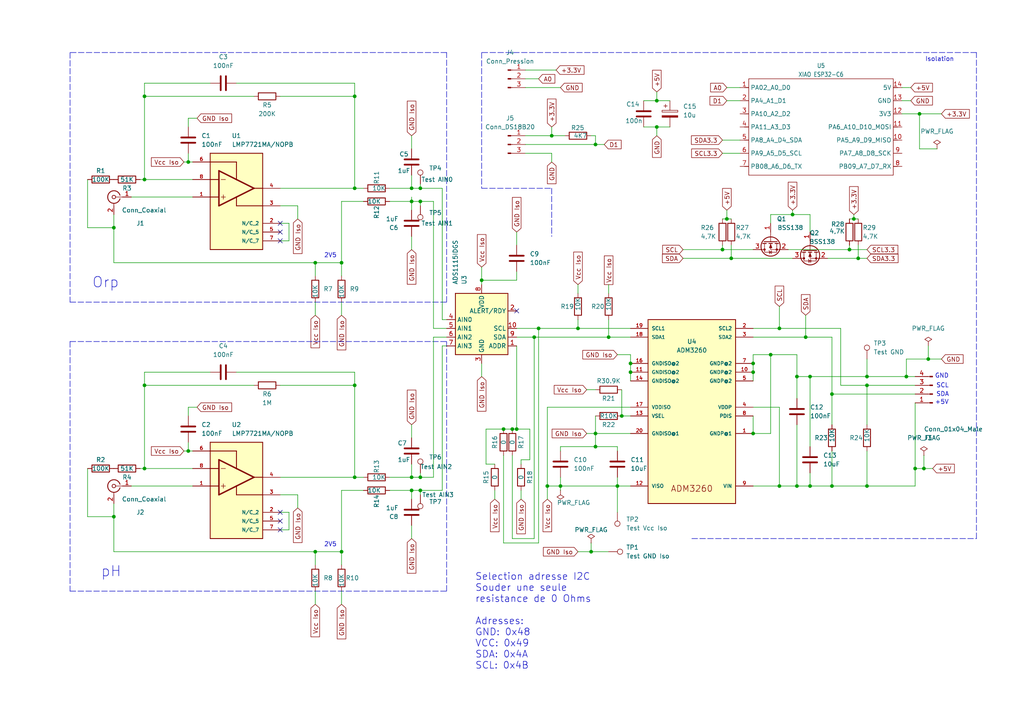
<source format=kicad_sch>
(kicad_sch (version 20250114) (generator "eeschema") (generator_version "9.0")
  (paper "A4")
  (lib_symbols
    (symbol "ADM3260:ADM3260" (pin_names (offset 1.016))
      (property "Reference" "U3" (at 0 -26.67 0))
      (property "Value" "ADM3260" (at 0 -24.13 0))
      (symbol "ADM3260_0_0"
        (text "ADM3260" (at 0 17.018 0) (effects (font (size 1.778 1.778)) (justify bottom)))
        (pin power_in line (at -17.78 15.24 0) (length 5.08) (name "VIN") (number "9"))
        (pin power_in line (at -17.78 0 0) (length 5.08) (name "GNDP@1") (number "1"))
        (pin bidirectional line (at -17.78 -5.08 0) (length 5.08) (name "PDIS") (number "8"))
        (pin passive line (at -17.78 -7.62 0) (length 5.08) (name "VDDP") (number "4"))
        (pin passive line (at -17.78 -15.24 0) (length 5.08) (name "GNDP@2") (number "5"))
        (pin passive line (at -17.78 -17.78 0) (length 5.08) (name "GNDP@2") (number "10"))
        (pin passive line (at -17.78 -20.32 0) (length 5.08) (name "GNDP@2") (number "7"))
        (pin bidirectional line (at -17.78 -27.94 0) (length 5.08) (name "SDA2") (number "3"))
        (pin bidirectional line (at -17.78 -30.48 0) (length 5.08) (name "SCL2") (number "2"))
        (pin power_out line (at 17.78 15.24 180) (length 5.08) (name "VISO") (number "12"))
        (pin power_out line (at 17.78 0 180) (length 5.08) (name "GNDISO@1") (number "20"))
        (pin bidirectional line (at 17.78 -5.08 180) (length 5.08) (name "VSEL") (number "13"))
        (pin passive line (at 17.78 -7.62 180) (length 5.08) (name "VDDISO") (number "17"))
        (pin passive line (at 17.78 -15.24 180) (length 5.08) (name "GNDISO@2") (number "14"))
        (pin passive line (at 17.78 -17.78 180) (length 5.08) (name "GNDISO@2") (number "11"))
        (pin passive line (at 17.78 -20.32 180) (length 5.08) (name "GNDISO@2") (number "16"))
        (pin bidirectional line (at 17.78 -27.94 180) (length 5.08) (name "SDA1") (number "18"))
        (pin bidirectional line (at 17.78 -30.48 180) (length 5.08) (name "SCL1") (number "19"))
      )
    )
    (symbol "Analog_ADC:ADS1115IDGS"
      (property "Reference" "U" (at 2.54 13.97 0))
      (property "Value" "ADS1115IDGS" (at 7.62 11.43 0))
      (symbol "ADS1115IDGS_1_1"
        (pin input line (at -10.16 2.54 0) (length 2.54) (name "AIN0") (number "4"))
        (pin input line (at -10.16 0 0) (length 2.54) (name "AIN1") (number "5"))
        (pin input line (at -10.16 -2.54 0) (length 2.54) (name "AIN2") (number "6"))
        (pin input line (at -10.16 -5.08 0) (length 2.54) (name "AIN3") (number "7"))
        (pin power_in line (at 0 12.7 270) (length 2.54) (name "VDD") (number "8"))
        (pin power_in line (at 0 -10.16 90) (length 2.54) (name "GND") (number "3"))
        (pin output line (at 10.16 5.08 180) (length 2.54) (name "ALERT/RDY") (number "2"))
        (pin input line (at 10.16 0 180) (length 2.54) (name "SCL") (number "10"))
        (pin bidirectional line (at 10.16 -2.54 180) (length 2.54) (name "SDA") (number "9"))
        (pin input line (at 10.16 -5.08 180) (length 2.54) (name "ADDR") (number "1"))
      )
    )
    (symbol "Connector:Conn_01x03_Pin" (pin_names (offset 1.016) (hide yes))
      (property "Reference" "J" (at 0 5.08 0))
      (property "Value" "Conn_01x03_Pin" (at 0 -5.08 0))
      (symbol "Conn_01x03_Pin_1_1"
        (pin passive line (at 5.08 2.54 180) (length 3.81) (name "Pin_1") (number "1"))
        (pin passive line (at 5.08 0 180) (length 3.81) (name "Pin_2") (number "2"))
        (pin passive line (at 5.08 -2.54 180) (length 3.81) (name "Pin_3") (number "3"))
      )
    )
    (symbol "Connector:Conn_01x04_Male" (pin_names (offset 1.016) (hide yes))
      (property "Reference" "J" (at 0 5.08 0))
      (property "Value" "Conn_01x04_Male" (at 0 -7.62 0))
      (symbol "Conn_01x04_Male_1_1"
        (pin passive line (at 5.08 2.54 180) (length 3.81) (name "Pin_1") (number "1"))
        (pin passive line (at 5.08 0 180) (length 3.81) (name "Pin_2") (number "2"))
        (pin passive line (at 5.08 -2.54 180) (length 3.81) (name "Pin_3") (number "3"))
        (pin passive line (at 5.08 -5.08 180) (length 3.81) (name "Pin_4") (number "4"))
      )
    )
    (symbol "Connector:Conn_Coaxial" (pin_names (offset 1.016) (hide yes))
      (property "Reference" "J" (at 0.254 3.048 0))
      (property "Value" "Conn_Coaxial" (at 2.921 0 90))
      (symbol "Conn_Coaxial_1_1"
        (pin passive line (at -5.08 0 0) (length 2.54) (name "In") (number "1"))
        (pin passive line (at 0 -5.08 90) (length 2.54) (name "Ext") (number "2"))
      )
    )
    (symbol "Connector:TestPoint" (pin_numbers (hide yes)) (pin_names (offset 0.762) (hide yes))
      (property "Reference" "TP" (at 0 6.858 0))
      (property "Value" "TestPoint" (at 0 5.08 0))
      (symbol "TestPoint_1_1"
        (pin passive line (at 0 0 90) (length 2.54) (name "1") (number "1"))
      )
    )
    (symbol "Device:C" (pin_numbers (hide yes)) (pin_names (offset 0.254))
      (property "Reference" "C" (at 0.635 2.54 0))
      (property "Value" "C" (at 0.635 -2.54 0))
      (symbol "C_1_1"
        (pin passive line (at 0 3.81 270) (length 2.794) (name "~") (number "1"))
        (pin passive line (at 0 -3.81 90) (length 2.794) (name "~") (number "2"))
      )
    )
    (symbol "Device:C_Polarized" (pin_numbers (hide yes)) (pin_names (offset 0.254))
      (property "Reference" "C" (at 0.635 2.54 0))
      (property "Value" "C_Polarized" (at 0.635 -2.54 0))
      (symbol "C_Polarized_1_1"
        (pin passive line (at 0 3.81 270) (length 2.794) (name "~") (number "1"))
        (pin passive line (at 0 -3.81 90) (length 2.794) (name "~") (number "2"))
      )
    )
    (symbol "Device:R" (pin_numbers (hide yes)) (pin_names (offset 0))
      (property "Reference" "R" (at 2.032 0 90))
      (property "Value" "R" (at 0 0 90))
      (symbol "R_1_1"
        (pin passive line (at 0 3.81 270) (length 1.27) (name "~") (number "1"))
        (pin passive line (at 0 -3.81 90) (length 1.27) (name "~") (number "2"))
      )
    )
    (symbol "LMP7721MA_NOPB:LMP7721MA/NOPB" (pin_names (offset 1.016))
      (property "Reference" "U" (at -7.62 16.24 0))
      (property "Value" "LMP7721MA{slash}NOPB" (at -7.62 -15.24 0))
      (symbol "LMP7721MA/NOPB_0_0"
        (pin power_in line (at -12.7 12.7 0) (length 5.08) (name "~") (number "6"))
        (pin input line (at -12.7 7.62 0) (length 5.08) (name "~") (number "8"))
        (pin input line (at -12.7 2.54 0) (length 5.08) (name "~") (number "1"))
        (pin output line (at 12.7 5.08 180) (length 5.08) (name "~") (number "4"))
        (pin power_in line (at 12.7 0 180) (length 5.08) (name "~") (number "3"))
        (pin passive line (at 12.7 -5.08 180) (length 5.08) (name "N/C_2") (number "2"))
        (pin passive line (at 12.7 -7.62 180) (length 5.08) (name "N/C_5") (number "5"))
        (pin passive line (at 12.7 -10.16 180) (length 5.08) (name "N/C_7") (number "7"))
      )
    )
    (symbol "Transistor_FET:BSS138" (pin_names (hide yes))
      (property "Reference" "Q" (at 5.08 1.905 0))
      (property "Value" "BSS138" (at 5.08 0 0))
      (symbol "BSS138_1_1"
        (pin input line (at -5.08 0 0) (length 2.54) (name "G") (number "1"))
        (pin passive line (at 2.54 5.08 270) (length 2.54) (name "D") (number "3"))
        (pin passive line (at 2.54 -5.08 90) (length 2.54) (name "S") (number "2"))
      )
    )
    (symbol "power:PWR_FLAG" (power) (pin_numbers (hide yes)) (pin_names (offset 0) (hide yes))
      (property "Value" "PWR_FLAG" (at 0 3.81 0))
      (symbol "PWR_FLAG_0_0"
        (pin power_out line (at 0 0 90) (length 0) (name "~") (number "1"))
      )
    )
    (symbol "xiao-half-hole:Module/XIAO-HALF-HOLE"
      (property "Reference" "U2" (at -0.635 16.51 0))
      (property "Value" "~" (at -1.27 13.97 0))
      (symbol "Module/XIAO-HALF-HOLE_1_0"
        (pin passive line (at -24.13 11.43 0) (length 2.54) (name "PA02_A0_D0") (number "1"))
        (pin passive line (at -24.13 7.62 0) (length 2.54) (name "PA4_A1_D1") (number "2"))
        (pin passive line (at -24.13 3.81 0) (length 2.54) (name "PA10_A2_D2") (number "3"))
        (pin passive line (at -24.13 0 0) (length 2.54) (name "PA11_A3_D3") (number "4"))
        (pin passive line (at -24.13 -3.81 0) (length 2.54) (name "PA8_A4_D4_SDA") (number "5"))
        (pin passive line (at -24.13 -7.62 0) (length 2.54) (name "PA9_A5_D5_SCL") (number "6"))
        (pin passive line (at -24.13 -11.43 0) (length 2.54) (name "PB08_A6_D6_TX") (number "7"))
        (pin passive line (at 22.86 11.43 180) (length 2.54) (name "5V") (number "14"))
        (pin passive line (at 22.86 7.62 180) (length 2.54) (name "GND") (number "13"))
        (pin passive line (at 22.86 3.81 180) (length 2.54) (name "3V3") (number "12"))
        (pin passive line (at 22.86 0 180) (length 2.54) (name "PA6_A10_D10_MOSI") (number "11"))
        (pin passive line (at 22.86 -3.81 180) (length 2.54) (name "PA5_A9_D9_MISO") (number "10"))
        (pin passive line (at 22.86 -7.62 180) (length 2.54) (name "PA7_A8_D8_SCK") (number "9"))
        (pin passive line (at 22.86 -11.43 180) (length 2.54) (name "PB09_A7_D7_RX") (number "8"))
      )
    )
  )
  (text "+5V" (at 271.145 117.475 0) (effects (font (size 1.27 1.27)) (justify left bottom)))
  (text "SDA" (at 271.526 115.189 0) (effects (font (size 1.27 1.27)) (justify left bottom)))
  (text "pH" (at 29.21 167.64 0) (effects (font (size 3 3)) (justify left bottom)))
  (text "GND" (at 271.145 109.855 0) (effects (font (size 1.27 1.27)) (justify left bottom)))
  (text "2V5" (at 93.98 74.93 0) (effects (font (size 1.27 1.27)) (justify left bottom)))
  (text "Selection adresse I2C\nSouder une seule\nresistance de 0 Ohms\n\nAdresses:\nGND: 0x48\nVCC: 0x49\nSDA: 0x4A\nSCL: 0x4B\n" (at 137.795 194.31 0) (effects (font (size 2 2)) (justify left bottom)))
  (text "2V5" (at 93.98 158.75 0) (effects (font (size 1.27 1.27)) (justify left bottom)))
  (text "Isolation" (at 272.542 17.272 0) (effects (font (size 1.27 1.27))))
  (text "pH\ngain: 7.62\nrange: +/- 2048mV over 2.5V mid range\nrange pH: from 2.37 to 11.63\n\nOrp\ngain: 2.32\nrange Orp: +/- 1077mV" (at -102.616 40.132 0) (effects (font (size 3 3)) (justify left bottom)))
  (text "Orp" (at 26.67 83.82 0) (effects (font (size 3 3)) (justify left bottom)))
  (text "SCL" (at 271.526 112.649 0) (effects (font (size 1.27 1.27)) (justify left bottom)))
  (junction (at 121.92 54.61))
  (junction (at 182.88 107.95))
  (junction (at 102.87 27.94))
  (junction (at 99.06 160.02))
  (junction (at 179.07 140.97))
  (junction (at 231.14 109.22))
  (junction (at 190.5 36.83))
  (junction (at 182.88 105.41))
  (junction (at 251.46 111.76))
  (junction (at 167.64 95.25))
  (junction (at 121.92 58.42))
  (junction (at 146.05 124.46))
  (junction (at 226.06 95.25))
  (junction (at 234.95 140.97))
  (junction (at 210.82 63.5))
  (junction (at 99.06 76.2))
  (junction (at 33.02 149.86))
  (junction (at 223.52 102.87))
  (junction (at 241.3 114.3))
  (junction (at 121.92 138.43))
  (junction (at 218.44 107.95))
  (junction (at 119.38 142.24))
  (junction (at 231.14 140.97))
  (junction (at 234.95 109.22))
  (junction (at 251.46 140.97))
  (junction (at 91.44 76.2))
  (junction (at 158.75 140.97))
  (junction (at 218.44 125.73))
  (junction (at 247.65 63.5))
  (junction (at 119.38 58.42))
  (junction (at 156.21 95.25))
  (junction (at 139.7 81.28))
  (junction (at 160.02 39.37))
  (junction (at 233.68 97.79))
  (junction (at 266.7 33.02))
  (junction (at 246.38 72.39))
  (junction (at 265.43 135.89))
  (junction (at 172.72 129.54))
  (junction (at 33.02 66.04))
  (junction (at 262.89 109.22))
  (junction (at 119.38 138.43))
  (junction (at 119.38 54.61))
  (junction (at 180.34 120.65))
  (junction (at 172.72 41.91))
  (junction (at 41.91 111.76))
  (junction (at 171.45 160.02))
  (junction (at 248.92 74.93))
  (junction (at 241.3 140.97))
  (junction (at 251.46 109.22))
  (junction (at 226.06 140.97))
  (junction (at 162.56 140.97))
  (junction (at 91.44 160.02))
  (junction (at 102.87 111.76))
  (junction (at 121.92 142.24))
  (junction (at 149.86 124.46))
  (junction (at 267.97 135.89))
  (junction (at 41.91 52.07))
  (junction (at 41.91 27.94))
  (junction (at 269.24 104.14))
  (junction (at 154.94 97.79))
  (junction (at 148.59 124.46))
  (junction (at 102.87 54.61))
  (junction (at 54.61 46.99))
  (junction (at 41.91 135.89))
  (junction (at 229.87 62.23))
  (junction (at 212.09 74.93))
  (junction (at 218.44 105.41))
  (junction (at 176.53 97.79))
  (junction (at 209.55 72.39))
  (junction (at 172.72 125.73))
  (junction (at 190.5 29.21))
  (junction (at 102.87 138.43))
  (junction (at 54.61 130.81))
  (no_connect (at 81.28 69.85))
  (no_connect (at 81.28 64.77))
  (no_connect (at 81.28 148.59))
  (no_connect (at 81.28 151.13))
  (no_connect (at 81.28 153.67))
  (no_connect (at 81.28 67.31))
  (no_connect (at 149.86 90.17))
  (wire (pts (xy 148.59 156.21) (xy 154.94 156.21)))
  (wire (pts (xy 262.89 109.22) (xy 265.43 109.22)))
  (wire (pts (xy 172.72 125.73) (xy 182.88 125.73)))
  (wire (pts (xy 234.95 62.23) (xy 229.87 62.23)))
  (wire (pts (xy 182.88 102.87) (xy 182.88 105.41)))
  (wire (pts (xy 102.87 107.95) (xy 102.87 111.76)))
  (polyline (pts (xy 20.32 15.24) (xy 20.32 87.63)) (stroke (width 0) (type dash)))
  (wire (pts (xy 139.7 81.28) (xy 139.7 77.47)))
  (wire (pts (xy 119.38 39.37) (xy 119.38 43.18)))
  (wire (pts (xy 146.05 124.46) (xy 148.59 124.46)))
  (wire (pts (xy 143.51 134.62) (xy 140.97 134.62)))
  (wire (pts (xy 102.87 24.13) (xy 102.87 27.94)))
  (wire (pts (xy 190.5 36.83) (xy 194.31 36.83)))
  (wire (pts (xy 33.02 160.02) (xy 91.44 160.02)))
  (wire (pts (xy 247.65 62.23) (xy 247.65 63.5)))
  (wire (pts (xy 81.28 54.61) (xy 102.87 54.61)))
  (wire (pts (xy 180.34 113.03) (xy 180.34 120.65)))
  (wire (pts (xy 162.56 142.24) (xy 162.56 140.97)))
  (wire (pts (xy 54.61 128.27) (xy 54.61 130.81)))
  (wire (pts (xy 149.86 81.28) (xy 139.7 81.28)))
  (wire (pts (xy 241.3 97.79) (xy 241.3 114.3)))
  (wire (pts (xy 234.95 109.22) (xy 251.46 109.22)))
  (wire (pts (xy 167.64 95.25) (xy 182.88 95.25)))
  (wire (pts (xy 102.87 54.61) (xy 105.41 54.61)))
  (polyline (pts (xy 20.32 99.06) (xy 129.54 99.06)) (stroke (width 0) (type dash)))
  (wire (pts (xy 33.02 66.04) (xy 33.02 76.2)))
  (wire (pts (xy 251.46 104.14) (xy 251.46 109.22)))
  (wire (pts (xy 190.5 29.21) (xy 194.31 29.21)))
  (wire (pts (xy 246.38 71.12) (xy 246.38 72.39)))
  (wire (pts (xy 125.73 97.79) (xy 125.73 138.43)))
  (wire (pts (xy 231.14 102.87) (xy 231.14 109.22)))
  (wire (pts (xy 229.87 62.23) (xy 223.52 62.23)))
  (wire (pts (xy 209.55 71.12) (xy 209.55 72.39)))
  (polyline (pts (xy 129.54 15.24) (xy 20.32 15.24)) (stroke (width 0) (type dash)))
  (polyline (pts (xy 139.7 54.61) (xy 160.02 54.61)) (stroke (width 0) (type dash)))
  (wire (pts (xy 182.88 105.41) (xy 182.88 107.95)))
  (wire (pts (xy 41.91 111.76) (xy 41.91 107.95)))
  (wire (pts (xy 218.44 105.41) (xy 218.44 107.95)))
  (wire (pts (xy 228.6 72.39) (xy 246.38 72.39)))
  (polyline (pts (xy 20.32 87.63) (xy 129.54 87.63)) (stroke (width 0) (type dash)))
  (wire (pts (xy 91.44 160.02) (xy 91.44 163.83)))
  (wire (pts (xy 128.27 54.61) (xy 128.27 92.71)))
  (wire (pts (xy 53.34 130.81) (xy 54.61 130.81)))
  (wire (pts (xy 251.46 109.22) (xy 262.89 109.22)))
  (wire (pts (xy 81.28 153.67) (xy 83.82 153.67)))
  (wire (pts (xy 261.62 25.4) (xy 264.16 25.4)))
  (wire (pts (xy 233.68 91.44) (xy 233.68 97.79)))
  (wire (pts (xy 241.3 114.3) (xy 241.3 123.19)))
  (wire (pts (xy 160.02 44.45) (xy 152.4 44.45)))
  (wire (pts (xy 266.7 33.02) (xy 273.05 33.02)))
  (wire (pts (xy 152.4 41.91) (xy 172.72 41.91)))
  (wire (pts (xy 167.64 160.02) (xy 171.45 160.02)))
  (wire (pts (xy 240.03 74.93) (xy 248.92 74.93)))
  (wire (pts (xy 33.02 76.2) (xy 91.44 76.2)))
  (wire (pts (xy 54.61 118.11) (xy 57.15 118.11)))
  (wire (pts (xy 81.28 27.94) (xy 102.87 27.94)))
  (wire (pts (xy 99.06 171.45) (xy 99.06 175.26)))
  (wire (pts (xy 119.38 57.15) (xy 119.38 58.42)))
  (wire (pts (xy 25.4 66.04) (xy 33.02 66.04)))
  (wire (pts (xy 176.53 97.79) (xy 182.88 97.79)))
  (wire (pts (xy 171.45 160.02) (xy 176.53 160.02)))
  (wire (pts (xy 176.53 82.55) (xy 176.53 85.09)))
  (wire (pts (xy 102.87 111.76) (xy 102.87 138.43)))
  (wire (pts (xy 179.07 129.54) (xy 179.07 130.81)))
  (wire (pts (xy 119.38 142.24) (xy 121.92 142.24)))
  (wire (pts (xy 151.13 144.78) (xy 151.13 142.24)))
  (wire (pts (xy 119.38 142.24) (xy 119.38 144.78)))
  (wire (pts (xy 102.87 138.43) (xy 105.41 138.43)))
  (wire (pts (xy 25.4 149.86) (xy 33.02 149.86)))
  (wire (pts (xy 162.56 140.97) (xy 179.07 140.97)))
  (wire (pts (xy 54.61 36.83) (xy 54.61 34.29)))
  (wire (pts (xy 81.28 143.51) (xy 86.36 143.51)))
  (wire (pts (xy 158.75 118.11) (xy 158.75 140.97)))
  (wire (pts (xy 262.89 104.14) (xy 262.89 109.22)))
  (wire (pts (xy 129.54 97.79) (xy 125.73 97.79)))
  (wire (pts (xy 81.28 148.59) (xy 83.82 148.59)))
  (wire (pts (xy 251.46 111.76) (xy 251.46 123.19)))
  (wire (pts (xy 41.91 24.13) (xy 60.96 24.13)))
  (wire (pts (xy 162.56 130.81) (xy 162.56 129.54)))
  (wire (pts (xy 176.53 92.71) (xy 176.53 97.79)))
  (wire (pts (xy 81.28 59.69) (xy 86.36 59.69)))
  (wire (pts (xy 86.36 143.51) (xy 86.36 147.32)))
  (wire (pts (xy 41.91 27.94) (xy 41.91 24.13)))
  (wire (pts (xy 218.44 102.87) (xy 218.44 105.41)))
  (wire (pts (xy 265.43 135.89) (xy 267.97 135.89)))
  (wire (pts (xy 128.27 92.71) (xy 129.54 92.71)))
  (wire (pts (xy 41.91 135.89) (xy 41.91 111.76)))
  (wire (pts (xy 119.38 54.61) (xy 121.92 54.61)))
  (wire (pts (xy 158.75 140.97) (xy 158.75 144.78)))
  (wire (pts (xy 91.44 171.45) (xy 91.44 175.26)))
  (wire (pts (xy 190.5 36.83) (xy 190.5 39.37)))
  (wire (pts (xy 231.14 140.97) (xy 234.95 140.97)))
  (wire (pts (xy 149.86 100.33) (xy 149.86 124.46)))
  (wire (pts (xy 102.87 27.94) (xy 102.87 54.61)))
  (wire (pts (xy 119.38 123.19) (xy 119.38 127)))
  (wire (pts (xy 152.4 20.32) (xy 161.29 20.32)))
  (wire (pts (xy 91.44 76.2) (xy 91.44 80.01)))
  (wire (pts (xy 151.13 134.62) (xy 151.13 133.35)))
  (wire (pts (xy 119.38 58.42) (xy 119.38 60.96)))
  (wire (pts (xy 121.92 142.24) (xy 128.27 142.24)))
  (wire (pts (xy 33.02 149.86) (xy 33.02 160.02)))
  (wire (pts (xy 234.95 67.31) (xy 234.95 62.23)))
  (wire (pts (xy 233.68 97.79) (xy 241.3 97.79)))
  (wire (pts (xy 186.69 36.83) (xy 190.5 36.83)))
  (wire (pts (xy 179.07 140.97) (xy 182.88 140.97)))
  (wire (pts (xy 33.02 146.05) (xy 33.02 149.86)))
  (wire (pts (xy 162.56 138.43) (xy 162.56 140.97)))
  (wire (pts (xy 119.38 58.42) (xy 113.03 58.42)))
  (wire (pts (xy 160.02 39.37) (xy 152.4 39.37)))
  (wire (pts (xy 54.61 44.45) (xy 54.61 46.99)))
  (wire (pts (xy 261.62 33.02) (xy 266.7 33.02)))
  (wire (pts (xy 41.91 107.95) (xy 60.96 107.95)))
  (wire (pts (xy 172.72 41.91) (xy 175.26 41.91)))
  (wire (pts (xy 41.91 111.76) (xy 73.66 111.76)))
  (wire (pts (xy 180.34 120.65) (xy 182.88 120.65)))
  (wire (pts (xy 140.97 124.46) (xy 146.05 124.46)))
  (wire (pts (xy 99.06 76.2) (xy 99.06 80.01)))
  (wire (pts (xy 209.55 40.64) (xy 214.63 40.64)))
  (wire (pts (xy 269.24 104.14) (xy 262.89 104.14)))
  (wire (pts (xy 210.82 25.4) (xy 214.63 25.4)))
  (wire (pts (xy 243.84 95.25) (xy 243.84 111.76)))
  (wire (pts (xy 218.44 140.97) (xy 226.06 140.97)))
  (wire (pts (xy 40.64 52.07) (xy 41.91 52.07)))
  (wire (pts (xy 121.92 53.34) (xy 121.92 54.61)))
  (wire (pts (xy 156.21 157.48) (xy 156.21 95.25)))
  (wire (pts (xy 251.46 130.81) (xy 251.46 140.97)))
  (polyline (pts (xy 160.02 54.61) (xy 160.02 68.58)) (stroke (width 0) (type dash)))
  (wire (pts (xy 198.12 74.93) (xy 212.09 74.93)))
  (wire (pts (xy 231.14 109.22) (xy 234.95 109.22)))
  (wire (pts (xy 171.45 39.37) (xy 172.72 39.37)))
  (wire (pts (xy 119.38 142.24) (xy 113.03 142.24)))
  (wire (pts (xy 53.34 46.99) (xy 54.61 46.99)))
  (wire (pts (xy 210.82 29.21) (xy 214.63 29.21)))
  (wire (pts (xy 119.38 138.43) (xy 121.92 138.43)))
  (wire (pts (xy 251.46 111.76) (xy 265.43 111.76)))
  (wire (pts (xy 243.84 111.76) (xy 251.46 111.76)))
  (wire (pts (xy 171.45 157.48) (xy 171.45 160.02)))
  (wire (pts (xy 212.09 71.12) (xy 212.09 74.93)))
  (wire (pts (xy 119.38 68.58) (xy 119.38 72.39)))
  (wire (pts (xy 179.07 102.87) (xy 182.88 102.87)))
  (wire (pts (xy 261.62 29.21) (xy 264.16 29.21)))
  (wire (pts (xy 129.54 100.33) (xy 128.27 100.33)))
  (wire (pts (xy 25.4 52.07) (xy 25.4 66.04)))
  (wire (pts (xy 218.44 102.87) (xy 223.52 102.87)))
  (wire (pts (xy 209.55 44.45) (xy 214.63 44.45)))
  (wire (pts (xy 153.67 133.35) (xy 153.67 124.46)))
  (wire (pts (xy 226.06 88.9) (xy 226.06 95.25)))
  (wire (pts (xy 241.3 114.3) (xy 265.43 114.3)))
  (polyline (pts (xy 129.54 171.45) (xy 129.54 99.06)) (stroke (width 0) (type dash)))
  (wire (pts (xy 234.95 140.97) (xy 241.3 140.97)))
  (wire (pts (xy 40.64 135.89) (xy 41.91 135.89)))
  (wire (pts (xy 267.97 135.89) (xy 270.51 135.89)))
  (wire (pts (xy 218.44 95.25) (xy 226.06 95.25)))
  (wire (pts (xy 209.55 72.39) (xy 218.44 72.39)))
  (wire (pts (xy 140.97 134.62) (xy 140.97 124.46)))
  (wire (pts (xy 226.06 140.97) (xy 231.14 140.97)))
  (wire (pts (xy 83.82 64.77) (xy 81.28 64.77)))
  (wire (pts (xy 99.06 58.42) (xy 105.41 58.42)))
  (wire (pts (xy 91.44 76.2) (xy 99.06 76.2)))
  (wire (pts (xy 41.91 135.89) (xy 55.88 135.89)))
  (wire (pts (xy 121.92 138.43) (xy 125.73 138.43)))
  (wire (pts (xy 83.82 69.85) (xy 83.82 64.77)))
  (wire (pts (xy 223.52 102.87) (xy 231.14 102.87)))
  (wire (pts (xy 226.06 95.25) (xy 243.84 95.25)))
  (wire (pts (xy 68.58 107.95) (xy 102.87 107.95)))
  (wire (pts (xy 54.61 120.65) (xy 54.61 118.11)))
  (wire (pts (xy 119.38 58.42) (xy 121.92 58.42)))
  (wire (pts (xy 248.92 71.12) (xy 248.92 74.93)))
  (wire (pts (xy 38.1 57.15) (xy 55.88 57.15)))
  (wire (pts (xy 223.52 102.87) (xy 223.52 125.73)))
  (wire (pts (xy 248.92 74.93) (xy 251.46 74.93)))
  (wire (pts (xy 218.44 107.95) (xy 218.44 110.49)))
  (wire (pts (xy 81.28 111.76) (xy 102.87 111.76)))
  (wire (pts (xy 99.06 76.2) (xy 99.06 58.42)))
  (wire (pts (xy 179.07 138.43) (xy 179.07 140.97)))
  (wire (pts (xy 152.4 25.4) (xy 162.56 25.4)))
  (wire (pts (xy 265.43 135.89) (xy 265.43 140.97)))
  (wire (pts (xy 38.1 140.97) (xy 55.88 140.97)))
  (wire (pts (xy 119.38 152.4) (xy 119.38 156.21)))
  (wire (pts (xy 182.88 107.95) (xy 182.88 110.49)))
  (wire (pts (xy 229.87 60.96) (xy 229.87 62.23)))
  (wire (pts (xy 190.5 26.67) (xy 190.5 29.21)))
  (wire (pts (xy 210.82 60.96) (xy 210.82 63.5)))
  (wire (pts (xy 91.44 87.63) (xy 91.44 91.44)))
  (wire (pts (xy 172.72 39.37) (xy 172.72 41.91)))
  (wire (pts (xy 152.4 22.86) (xy 156.21 22.86)))
  (wire (pts (xy 119.38 50.8) (xy 119.38 54.61)))
  (wire (pts (xy 246.38 63.5) (xy 247.65 63.5)))
  (wire (pts (xy 99.06 160.02) (xy 99.06 163.83)))
  (wire (pts (xy 121.92 142.24) (xy 121.92 143.51)))
  (wire (pts (xy 234.95 137.16) (xy 234.95 140.97)))
  (wire (pts (xy 143.51 144.78) (xy 143.51 142.24)))
  (wire (pts (xy 149.86 67.31) (xy 149.86 71.12)))
  (wire (pts (xy 210.82 63.5) (xy 212.09 63.5)))
  (wire (pts (xy 226.06 118.11) (xy 226.06 140.97)))
  (wire (pts (xy 167.64 92.71) (xy 167.64 95.25)))
  (wire (pts (xy 41.91 52.07) (xy 55.88 52.07)))
  (polyline (pts (xy 129.54 87.63) (xy 129.54 15.24)) (stroke (width 0) (type dash)))
  (wire (pts (xy 149.86 97.79) (xy 154.94 97.79)))
  (wire (pts (xy 54.61 34.29) (xy 57.15 34.29)))
  (wire (pts (xy 273.05 104.14) (xy 269.24 104.14)))
  (wire (pts (xy 223.52 125.73) (xy 218.44 125.73)))
  (wire (pts (xy 241.3 140.97) (xy 251.46 140.97)))
  (wire (pts (xy 160.02 46.99) (xy 160.02 44.45)))
  (wire (pts (xy 241.3 130.81) (xy 241.3 140.97)))
  (wire (pts (xy 162.56 129.54) (xy 172.72 129.54)))
  (wire (pts (xy 99.06 87.63) (xy 99.06 91.44)))
  (wire (pts (xy 153.67 124.46) (xy 149.86 124.46)))
  (wire (pts (xy 223.52 62.23) (xy 223.52 64.77)))
  (wire (pts (xy 231.14 123.19) (xy 231.14 140.97)))
  (wire (pts (xy 33.02 62.23) (xy 33.02 66.04)))
  (wire (pts (xy 182.88 118.11) (xy 158.75 118.11)))
  (wire (pts (xy 41.91 27.94) (xy 73.66 27.94)))
  (wire (pts (xy 154.94 156.21) (xy 154.94 97.79)))
  (wire (pts (xy 146.05 157.48) (xy 156.21 157.48)))
  (wire (pts (xy 54.61 46.99) (xy 55.88 46.99)))
  (wire (pts (xy 151.13 133.35) (xy 153.67 133.35)))
  (wire (pts (xy 139.7 82.55) (xy 139.7 81.28)))
  (wire (pts (xy 121.92 58.42) (xy 125.73 58.42)))
  (polyline (pts (xy 20.32 99.06) (xy 20.32 171.45)) (stroke (width 0) (type dash)))
  (wire (pts (xy 41.91 52.07) (xy 41.91 27.94)))
  (wire (pts (xy 81.28 138.43) (xy 102.87 138.43)))
  (wire (pts (xy 139.7 109.22) (xy 139.7 105.41)))
  (wire (pts (xy 160.02 39.37) (xy 163.83 39.37)))
  (wire (pts (xy 99.06 160.02) (xy 99.06 142.24)))
  (wire (pts (xy 128.27 100.33) (xy 128.27 142.24)))
  (wire (pts (xy 121.92 54.61) (xy 128.27 54.61)))
  (wire (pts (xy 121.92 58.42) (xy 121.92 59.69)))
  (wire (pts (xy 121.92 137.16) (xy 121.92 138.43)))
  (wire (pts (xy 234.95 109.22) (xy 234.95 129.54)))
  (wire (pts (xy 172.72 129.54) (xy 179.07 129.54)))
  (wire (pts (xy 154.94 97.79) (xy 176.53 97.79)))
  (wire (pts (xy 179.07 140.97) (xy 179.07 148.59)))
  (wire (pts (xy 266.7 43.18) (xy 266.7 33.02)))
  (wire (pts (xy 158.75 140.97) (xy 162.56 140.97)))
  (wire (pts (xy 81.28 69.85) (xy 83.82 69.85)))
  (wire (pts (xy 99.06 142.24) (xy 105.41 142.24)))
  (wire (pts (xy 160.02 36.83) (xy 160.02 39.37)))
  (wire (pts (xy 125.73 95.25) (xy 129.54 95.25)))
  (wire (pts (xy 119.38 134.62) (xy 119.38 138.43)))
  (wire (pts (xy 156.21 95.25) (xy 167.64 95.25)))
  (wire (pts (xy 170.18 113.03) (xy 172.72 113.03)))
  (wire (pts (xy 125.73 58.42) (xy 125.73 95.25)))
  (polyline (pts (xy 200.66 156.21) (xy 283.21 156.21)) (stroke (width 0) (type dash)))
  (wire (pts (xy 247.65 63.5) (xy 248.92 63.5)))
  (wire (pts (xy 113.03 54.61) (xy 119.38 54.61)))
  (wire (pts (xy 146.05 157.48) (xy 146.05 132.08)))
  (polyline (pts (xy 283.21 15.24) (xy 139.7 15.24)) (stroke (width 0) (type dash)))
  (wire (pts (xy 149.86 124.46) (xy 148.59 124.46)))
  (wire (pts (xy 91.44 160.02) (xy 99.06 160.02)))
  (wire (pts (xy 269.24 100.33) (xy 269.24 104.14)))
  (wire (pts (xy 54.61 130.81) (xy 55.88 130.81)))
  (wire (pts (xy 246.38 72.39) (xy 251.46 72.39)))
  (wire (pts (xy 218.44 120.65) (xy 218.44 125.73)))
  (wire (pts (xy 198.12 72.39) (xy 209.55 72.39)))
  (wire (pts (xy 170.18 125.73) (xy 172.72 125.73)))
  (wire (pts (xy 68.58 24.13) (xy 102.87 24.13)))
  (wire (pts (xy 86.36 59.69) (xy 86.36 63.5)))
  (wire (pts (xy 167.64 82.55) (xy 167.64 85.09)))
  (wire (pts (xy 271.78 43.18) (xy 266.7 43.18)))
  (wire (pts (xy 148.59 156.21) (xy 148.59 132.08)))
  (polyline (pts (xy 20.32 171.45) (xy 129.54 171.45)) (stroke (width 0) (type dash)))
  (wire (pts (xy 25.4 135.89) (xy 25.4 149.86)))
  (wire (pts (xy 218.44 97.79) (xy 233.68 97.79)))
  (polyline (pts (xy 283.21 156.21) (xy 283.21 15.24)) (stroke (width 0) (type dash)))
  (wire (pts (xy 212.09 74.93) (xy 229.87 74.93)))
  (wire (pts (xy 149.86 95.25) (xy 156.21 95.25)))
  (wire (pts (xy 265.43 116.84) (xy 265.43 135.89)))
  (wire (pts (xy 172.72 120.65) (xy 172.72 125.73)))
  (wire (pts (xy 209.55 63.5) (xy 210.82 63.5)))
  (wire (pts (xy 113.03 138.43) (xy 119.38 138.43)))
  (wire (pts (xy 231.14 109.22) (xy 231.14 115.57)))
  (polyline (pts (xy 139.7 15.24) (xy 139.7 54.61)) (stroke (width 0) (type dash)))
  (wire (pts (xy 186.69 29.21) (xy 190.5 29.21)))
  (wire (pts (xy 267.97 132.08) (xy 267.97 135.89)))
  (wire (pts (xy 83.82 148.59) (xy 83.82 153.67)))
  (wire (pts (xy 251.46 140.97) (xy 265.43 140.97)))
  (wire (pts (xy 149.86 78.74) (xy 149.86 81.28)))
  (wire (pts (xy 172.72 129.54) (xy 172.72 125.73)))
  (wire (pts (xy 218.44 118.11) (xy 226.06 118.11)))
  (global_label "+5V" (shape input) (at 190.5 26.67 90) (property "Intersheetrefs" "${INTERSHEET_REFS}" (effects (hide yes))))
  (global_label "D1" (shape input) (at 210.82 29.21 180) (property "Intersheetrefs" "${INTERSHEET_REFS}" (effects (hide yes))))
  (global_label "A0" (shape input) (at 156.21 22.86 0) (property "Intersheetrefs" "${INTERSHEET_REFS}" (effects (hide yes))))
  (global_label "GND Iso" (shape input) (at 119.38 72.39 270) (property "Intersheetrefs" "${INTERSHEET_REFS}" (effects (hide yes))))
  (global_label "GND Iso" (shape input) (at 167.64 160.02 180) (property "Intersheetrefs" "${INTERSHEET_REFS}" (effects (hide yes))))
  (global_label "GND Iso" (shape input) (at 149.86 67.31 90) (property "Intersheetrefs" "${INTERSHEET_REFS}" (effects (hide yes))))
  (global_label "SDA" (shape input) (at 198.12 74.93 180) (property "Intersheetrefs" "${INTERSHEET_REFS}" (effects (hide yes))))
  (global_label "+5V" (shape input) (at 264.16 25.4 0) (property "Intersheetrefs" "${INTERSHEET_REFS}" (effects (hide yes))))
  (global_label "GND Iso" (shape input) (at 119.38 156.21 270) (property "Intersheetrefs" "${INTERSHEET_REFS}" (effects (hide yes))))
  (global_label "Vcc Iso" (shape input) (at 91.44 91.44 270) (property "Intersheetrefs" "${INTERSHEET_REFS}" (effects (hide yes))))
  (global_label "GND Iso" (shape input) (at 119.38 123.19 90) (property "Intersheetrefs" "${INTERSHEET_REFS}" (effects (hide yes))))
  (global_label "Vcc Iso" (shape input) (at 158.75 144.78 270) (property "Intersheetrefs" "${INTERSHEET_REFS}" (effects (hide yes))))
  (global_label "A0" (shape input) (at 210.82 25.4 180) (property "Intersheetrefs" "${INTERSHEET_REFS}" (effects (hide yes))))
  (global_label "+5V" (shape input) (at 210.82 60.96 90) (property "Intersheetrefs" "${INTERSHEET_REFS}" (effects (hide yes))))
  (global_label "GND" (shape input) (at 190.5 39.37 270) (property "Intersheetrefs" "${INTERSHEET_REFS}" (effects (hide yes))))
  (global_label "GND" (shape input) (at 273.05 104.14 0) (property "Intersheetrefs" "${INTERSHEET_REFS}" (effects (hide yes))))
  (global_label "+3.3V" (shape input) (at 160.02 36.83 90) (property "Intersheetrefs" "${INTERSHEET_REFS}" (effects (hide yes))))
  (global_label "+3.3V" (shape input) (at 273.05 33.02 0) (property "Intersheetrefs" "${INTERSHEET_REFS}" (effects (hide yes))))
  (global_label "GND Iso" (shape input) (at 57.15 34.29 0) (property "Intersheetrefs" "${INTERSHEET_REFS}" (effects (hide yes))))
  (global_label "GND Iso" (shape input) (at 57.15 118.11 0) (property "Intersheetrefs" "${INTERSHEET_REFS}" (effects (hide yes))))
  (global_label "GND Iso" (shape input) (at 99.06 175.26 270) (property "Intersheetrefs" "${INTERSHEET_REFS}" (effects (hide yes))))
  (global_label "GND Iso" (shape input) (at 119.38 39.37 90) (property "Intersheetrefs" "${INTERSHEET_REFS}" (effects (hide yes))))
  (global_label "GND" (shape input) (at 160.02 46.99 270) (property "Intersheetrefs" "${INTERSHEET_REFS}" (effects (hide yes))))
  (global_label "SCL3.3" (shape input) (at 251.46 72.39 0) (property "Intersheetrefs" "${INTERSHEET_REFS}" (effects (hide yes))))
  (global_label "Vcc Iso" (shape input) (at 91.44 175.26 270) (property "Intersheetrefs" "${INTERSHEET_REFS}" (effects (hide yes))))
  (global_label "GND Iso" (shape input) (at 170.18 125.73 180) (property "Intersheetrefs" "${INTERSHEET_REFS}" (effects (hide yes))))
  (global_label "SCL" (shape input) (at 198.12 72.39 180) (property "Intersheetrefs" "${INTERSHEET_REFS}" (effects (hide yes))))
  (global_label "SDA" (shape input) (at 233.68 91.44 90) (property "Intersheetrefs" "${INTERSHEET_REFS}" (effects (hide yes))))
  (global_label "GND Iso" (shape input) (at 151.13 144.78 270) (property "Intersheetrefs" "${INTERSHEET_REFS}" (effects (hide yes))))
  (global_label "GND Iso" (shape input) (at 179.07 102.87 180) (property "Intersheetrefs" "${INTERSHEET_REFS}" (effects (hide yes))))
  (global_label "Vcc Iso" (shape input) (at 170.18 113.03 180) (property "Intersheetrefs" "${INTERSHEET_REFS}" (effects (hide yes))))
  (global_label "GND Iso" (shape input) (at 139.7 109.22 270) (property "Intersheetrefs" "${INTERSHEET_REFS}" (effects (hide yes))))
  (global_label "GND" (shape input) (at 264.16 29.21 0) (property "Intersheetrefs" "${INTERSHEET_REFS}" (effects (hide yes))))
  (global_label "+3.3V" (shape input) (at 161.29 20.32 0) (property "Intersheetrefs" "${INTERSHEET_REFS}" (effects (hide yes))))
  (global_label "Vcc Iso" (shape input) (at 53.34 46.99 180) (property "Intersheetrefs" "${INTERSHEET_REFS}" (effects (hide yes))))
  (global_label "+5V" (shape input) (at 270.51 135.89 0) (property "Intersheetrefs" "${INTERSHEET_REFS}" (effects (hide yes))))
  (global_label "GND Iso" (shape input) (at 99.06 91.44 270) (property "Intersheetrefs" "${INTERSHEET_REFS}" (effects (hide yes))))
  (global_label "SDA3.3" (shape input) (at 251.46 74.93 0) (property "Intersheetrefs" "${INTERSHEET_REFS}" (effects (hide yes))))
  (global_label "D1" (shape input) (at 175.26 41.91 0) (property "Intersheetrefs" "${INTERSHEET_REFS}" (effects (hide yes))))
  (global_label "Vcc Iso" (shape input) (at 143.51 144.78 270) (property "Intersheetrefs" "${INTERSHEET_REFS}" (effects (hide yes))))
  (global_label "SCL3.3" (shape input) (at 209.55 44.45 180) (property "Intersheetrefs" "${INTERSHEET_REFS}" (effects (hide yes))))
  (global_label "SDA3.3" (shape input) (at 209.55 40.64 180) (property "Intersheetrefs" "${INTERSHEET_REFS}" (effects (hide yes))))
  (global_label "Vcc Iso" (shape input) (at 167.64 82.55 90) (property "Intersheetrefs" "${INTERSHEET_REFS}" (effects (hide yes))))
  (global_label "GND Iso" (shape input) (at 86.36 63.5 270) (property "Intersheetrefs" "${INTERSHEET_REFS}" (effects (hide yes))))
  (global_label "GND Iso" (shape input) (at 86.36 147.32 270) (property "Intersheetrefs" "${INTERSHEET_REFS}" (effects (hide yes))))
  (global_label "+3.3V" (shape input) (at 229.87 60.96 90) (property "Intersheetrefs" "${INTERSHEET_REFS}" (effects (hide yes))))
  (global_label "Vcc Iso" (shape input) (at 139.7 77.47 90) (property "Intersheetrefs" "${INTERSHEET_REFS}" (effects (hide yes))))
  (global_label "SCL" (shape input) (at 226.06 88.9 90) (property "Intersheetrefs" "${INTERSHEET_REFS}" (effects (hide yes))))
  (global_label "Vcc Iso" (shape passive) (at 176.53 82.55 90) (property "Intersheetrefs" "${INTERSHEET_REFS}" (effects (hide yes))))
  (global_label "Vcc Iso" (shape input) (at 53.34 130.81 180) (property "Intersheetrefs" "${INTERSHEET_REFS}" (effects (hide yes))))
  (global_label "+3.3V" (shape input) (at 247.65 62.23 90) (property "Intersheetrefs" "${INTERSHEET_REFS}" (effects (hide yes))))
  (global_label "GND" (shape input) (at 162.56 25.4 0) (property "Intersheetrefs" "${INTERSHEET_REFS}" (effects (hide yes))))
  (symbol (lib_id "ADM3260:ADM3260") (at 200.66 125.73 180) (unit 1)
    (property "Reference" "U4" (at 200.66 99.06 0))
    (property "Value" "ADM3260" (at 200.66 101.6 0))
    (property "Footprint" "Package_SO:SSOP-20_5.3x7.2mm_P0.65mm" (effects (hide yes)))
    (property "Mfr. Part #" "ADM3260ARSZ-RL7 " (effects (hide yes)))
    (property "MANUFACTURER" "Analog Devices " (effects (hide yes)))
  )
  (symbol (lib_id "Connector:Conn_01x03_Pin") (at 147.32 22.86 0) (unit 1)
    (property "Reference" "J4" (at 147.955 15.24 0))
    (property "Value" "Conn_Pression" (at 147.955 17.78 0))
    (property "Footprint" "TerminalBlock_Phoenix:TerminalBlock_Phoenix_MPT-0,5-3-2.54_1x03_P2.54mm_Horizontal" (effects (hide yes)))
    (property "Description" "Generic connector, single row, 01x03, script generated" (effects (hide yes)))
  )
  (symbol (lib_id "Device:R") (at 167.64 39.37 90) (unit 1)
    (property "Reference" "R25" (at 165.608 37.084 90) (effects (justify right)))
    (property "Value" "4K7" (at 166.37 39.37 90) (effects (justify right)))
    (property "Footprint" "Resistor_SMD:R_0805_2012Metric" (effects (hide yes)))
    (property "Mfr. Part #" "SCR0805F10K" (effects (hide yes)))
    (property "MANUFACTURER" "VO" (effects (hide yes)))
  )
  (symbol (lib_id "xiao-half-hole:Module/XIAO-HALF-HOLE") (at 238.76 36.83 0) (unit 1)
    (property "Reference" "U5" (at 238.125 19.05 0) (effects (font (size 1.27 1.0795))))
    (property "Value" "XIAO ESP32-C6" (at 238.125 21.59 0) (effects (font (size 1.27 1.0795))))
    (property "Footprint" "footprints:Seeeduino XIAO-MOUDLE14P-2.54-21X17.8MM" (effects (hide yes)))
    (property "SKU" "XIAO-HALF-HOLE" (effects (hide yes)))
  )
  (symbol (lib_id "Connector:Conn_Coaxial") (at 33.02 57.15 0) (mirror y) (unit 1)
    (property "Reference" "J1" (at 41.91 64.77 0) (effects (justify left)))
    (property "Value" "Conn_Coaxial" (at 48.26 60.96 0) (effects (justify left)))
    (property "Footprint" "Connector_Coaxial:BNC_Amphenol_B6252HB-NPP3G-50_Horizontal" (effects (hide yes)))
    (property "Mfr. Part #" "KH-BNC50-3511" (effects (hide yes)))
    (property "MANUFACTURER" "Shenzhen Kinghelm Elec " (effects (hide yes)))
  )
  (symbol (lib_id "Device:C") (at 54.61 40.64 0) (unit 1)
    (property "Reference" "C1" (at 58.42 39.3699 0) (effects (justify left)))
    (property "Value" "100nF" (at 58.42 41.9099 0) (effects (justify left)))
    (property "Footprint" "Capacitor_SMD:C_0603_1608Metric_Pad1.08x0.95mm_HandSolder" (effects (hide yes)))
    (property "Mfr. Part #" "FCC0603B104K500CT" (effects (hide yes)))
    (property "MANUFACTURER" "FOJAN" (effects (hide yes)))
  )
  (symbol (lib_id "Device:R") (at 248.92 67.31 0) (unit 1)
    (property "Reference" "R29" (at 250.19 66.04 0) (effects (justify left)))
    (property "Value" "4,7K" (at 250.19 68.58 0) (effects (justify left)))
    (property "Footprint" "Resistor_SMD:R_0805_2012Metric" (effects (hide yes)))
  )
  (symbol (lib_id "Device:R") (at 176.53 88.9 180) (unit 1)
    (property "Reference" "R20" (at 171.45 88.9 0) (effects (justify right)))
    (property "Value" "10K" (at 176.53 90.17 90) (effects (justify right)))
    (property "Footprint" "Resistor_SMD:R_0805_2012Metric" (effects (hide yes)))
    (property "Mfr. Part #" "SCR0805F10K" (effects (hide yes)))
    (property "MANUFACTURER" "VO" (effects (hide yes)))
  )
  (symbol (lib_id "Device:R") (at 146.05 128.27 180) (unit 1)
    (property "Reference" "R16" (at 143.51 128.27 90))
    (property "Value" "0" (at 146.05 128.27 90))
    (property "Footprint" "Resistor_SMD:R_0805_2012Metric" (effects (hide yes)))
  )
  (symbol (lib_id "LMP7721MA_NOPB:LMP7721MA/NOPB") (at 68.58 59.69 0) (unit 1)
    (property "Reference" "U1" (at 68.58 39.37 0))
    (property "Value" "LMP7721MA/NOPB" (at 76.2 41.91 0))
    (property "Footprint" "Package_SO:SOIC-8_3.9x4.9mm_P1.27mm" (effects (hide yes)))
    (property "PARTREV" "E" (effects (hide yes)))
    (property "STANDARD" "IPC-7351B" (effects (hide yes)))
    (property "MAXIMUM_PACKAGE_HEIGHT" "1.75mm" (effects (hide yes)))
    (property "MANUFACTURER" "Texas Instruments" (effects (hide yes)))
    (property "Mfr. Part #" "LMP7721MA/NOPB " (effects (hide yes)))
  )
  (symbol (lib_id "Device:C") (at 234.95 133.35 0) (unit 1)
    (property "Reference" "C13" (at 238.76 132.0799 0) (effects (justify left)))
    (property "Value" "10uF" (at 238.76 134.6199 0) (effects (justify left)))
    (property "Footprint" "Capacitor_SMD:C_1210_3225Metric_Pad1.33x2.70mm_HandSolder" (effects (hide yes)))
    (property "Mfr. Part #" "EMK325BJ106KN-T" (effects (hide yes)))
    (property "MANUFACTURER" "Taiyo Yuden" (effects (hide yes)))
  )
  (symbol (lib_id "Device:R") (at 251.46 127 180) (unit 1)
    (property "Reference" "R24" (at 246.38 127 0) (effects (justify right)))
    (property "Value" "10K" (at 251.46 128.27 90) (effects (justify right)))
    (property "Footprint" "Resistor_SMD:R_0805_2012Metric" (effects (hide yes)))
    (property "Mfr. Part #" "SCR0805F10K" (effects (hide yes)))
    (property "MANUFACTURER" "VO" (effects (hide yes)))
  )
  (symbol (lib_id "Device:C") (at 186.69 33.02 0) (unit 1)
    (property "Reference" "C14" (at 181.61 30.226 0) (effects (justify left)))
    (property "Value" "100n" (at 181.356 35.052 0) (effects (justify left)))
    (property "Footprint" "Capacitor_SMD:C_0805_2012Metric" (effects (hide yes)))
    (property "Description" "Unpolarized capacitor" (effects (hide yes)))
  )
  (symbol (lib_id "Device:R") (at 109.22 138.43 90) (unit 1)
    (property "Reference" "R13" (at 109.22 133.35 0) (effects (justify right)))
    (property "Value" "10K" (at 107.95 138.43 90) (effects (justify right)))
    (property "Footprint" "Resistor_SMD:R_0805_2012Metric" (effects (hide yes)))
    (property "Mfr. Part #" "SCR0805F10K" (effects (hide yes)))
    (property "MANUFACTURER" "VO" (effects (hide yes)))
  )
  (symbol (lib_id "power:PWR_FLAG") (at 271.78 43.18 0) (unit 1)
    (property "Reference" "#FLG03" (effects (hide yes)))
    (property "Value" "PWR_FLAG" (at 271.78 38.1 0))
    (property "Description" "Special symbol for telling ERC where power comes from" (effects (hide yes)))
  )
  (symbol (lib_id "Device:R") (at 77.47 111.76 90) (unit 1)
    (property "Reference" "R6" (at 77.47 114.3 90))
    (property "Value" "1M" (at 77.47 116.84 90))
    (property "Footprint" "Resistor_SMD:R_0805_2012Metric" (effects (hide yes)))
    (property "Description" "1%" (effects (hide yes)))
    (property "MANUFACTURER" "FOJAN" (effects (hide yes)))
    (property "Mfr. Part #" "FRC0805F1004TS" (effects (hide yes)))
  )
  (symbol (lib_id "Device:R") (at 143.51 138.43 180) (unit 1)
    (property "Reference" "R15" (at 140.97 138.43 90))
    (property "Value" "0" (at 143.51 138.43 90))
    (property "Footprint" "Resistor_SMD:R_0805_2012Metric" (effects (hide yes)))
  )
  (symbol (lib_id "Device:R") (at 29.21 52.07 90) (unit 1)
    (property "Reference" "R1" (at 29.21 49.53 90))
    (property "Value" "100K" (at 29.21 52.07 90))
    (property "Footprint" "Resistor_SMD:R_0805_2012Metric" (effects (hide yes)))
    (property "Mfr. Part #" "AECR0805F100KK9" (effects (hide yes)))
    (property "MANUFACTURER" "RESI" (effects (hide yes)))
  )
  (symbol (lib_id "Device:C") (at 162.56 134.62 0) (unit 1)
    (property "Reference" "C10" (at 166.37 133.3499 0) (effects (justify left)))
    (property "Value" "100nF" (at 166.37 135.8899 0) (effects (justify left)))
    (property "Footprint" "Capacitor_SMD:C_0603_1608Metric_Pad1.08x0.95mm_HandSolder" (effects (hide yes)))
    (property "Mfr. Part #" "FCC0603B104K500CT" (effects (hide yes)))
    (property "MANUFACTURER" "FOJAN" (effects (hide yes)))
  )
  (symbol (lib_id "Transistor_FET:BSS138") (at 223.52 69.85 90) (mirror x) (unit 1)
    (property "Reference" "Q1" (at 226.695 63.5 90))
    (property "Value" "BSS138" (at 229.235 66.04 90))
    (property "Footprint" "Package_TO_SOT_SMD:SOT-23" (effects (hide yes)))
    (property "Datasheet" "https://www.onsemi.com/pub/Collateral/BSS138-D.PDF" (effects (hide yes)))
  )
  (symbol (lib_id "Connector:TestPoint") (at 121.92 59.69 180) (unit 1)
    (property "Reference" "TP5" (at 124.46 61.7219 0) (effects (justify right)))
    (property "Value" "Test AIN1" (at 122.174 64.77 0) (effects (justify right)))
    (property "Footprint" "TestPoint:TestPoint_Pad_D2.0mm" (effects (hide yes)))
  )
  (symbol (lib_id "Device:R") (at 91.44 83.82 0) (unit 1)
    (property "Reference" "R7" (at 96.52 83.82 0) (effects (justify right)))
    (property "Value" "10K" (at 91.44 82.55 90) (effects (justify right)))
    (property "Footprint" "Resistor_SMD:R_0805_2012Metric" (effects (hide yes)))
    (property "Mfr. Part #" "SCR0805F10K" (effects (hide yes)))
    (property "MANUFACTURER" "VO" (effects (hide yes)))
  )
  (symbol (lib_id "Device:C_Polarized") (at 194.31 33.02 0) (unit 1)
    (property "Reference" "C15" (at 198.12 30.8609 0) (effects (justify left)))
    (property "Value" "10u" (at 198.12 33.4009 0) (effects (justify left)))
    (property "Footprint" "Capacitor_SMD:CP_Elec_4x5.4" (effects (hide yes)))
    (property "Description" "Polarized capacitor" (effects (hide yes)))
  )
  (symbol (lib_id "Device:R") (at 151.13 138.43 180) (unit 1)
    (property "Reference" "R18" (at 153.67 138.43 90))
    (property "Value" "0" (at 151.13 138.43 90))
    (property "Footprint" "Resistor_SMD:R_0805_2012Metric" (effects (hide yes)))
  )
  (symbol (lib_id "Connector:TestPoint") (at 176.53 160.02 270) (unit 1)
    (property "Reference" "TP1" (at 181.61 158.7499 90) (effects (justify left)))
    (property "Value" "Test GND Iso" (at 181.61 161.2899 90) (effects (justify left)))
    (property "Footprint" "TestPoint:TestPoint_Pad_D2.0mm" (effects (hide yes)))
  )
  (symbol (lib_id "power:PWR_FLAG") (at 171.45 157.48 0) (unit 1)
    (property "Reference" "#FLG04" (effects (hide yes)))
    (property "Value" "PWR_FLAG" (at 171.45 153.67 0))
    (property "Description" "Special symbol for telling ERC where power comes from" (effects (hide yes)))
  )
  (symbol (lib_id "Device:C") (at 119.38 148.59 180) (unit 1)
    (property "Reference" "C8" (at 115.57 149.8601 0) (effects (justify left)))
    (property "Value" "1uF" (at 115.57 147.3201 0) (effects (justify left)))
    (property "Footprint" "Capacitor_SMD:C_0603_1608Metric_Pad1.08x0.95mm_HandSolder" (effects (hide yes)))
    (property "Mfr. Part #" "CGA0603X5R105K160JT" (effects (hide yes)))
    (property "MANUFACTURER" " HRE" (effects (hide yes)))
  )
  (symbol (lib_id "LMP7721MA_NOPB:LMP7721MA/NOPB") (at 68.58 143.51 0) (unit 1)
    (property "Reference" "U2" (at 68.58 123.19 0))
    (property "Value" "LMP7721MA/NOPB" (at 76.2 125.73 0))
    (property "Footprint" "Package_SO:SOIC-8_3.9x4.9mm_P1.27mm" (effects (hide yes)))
    (property "PARTREV" "E" (effects (hide yes)))
    (property "STANDARD" "IPC-7351B" (effects (hide yes)))
    (property "MAXIMUM_PACKAGE_HEIGHT" "1.75mm" (effects (hide yes)))
    (property "MANUFACTURER" "Texas Instruments" (effects (hide yes)))
    (property "Mfr. Part #" "LMP7721MA/NOPB " (effects (hide yes)))
  )
  (symbol (lib_id "Device:R") (at 109.22 58.42 270) (unit 1)
    (property "Reference" "R12" (at 109.22 63.5 0) (effects (justify right)))
    (property "Value" "10K" (at 110.49 58.42 90) (effects (justify right)))
    (property "Footprint" "Resistor_SMD:R_0805_2012Metric" (effects (hide yes)))
    (property "Mfr. Part #" "SCR0805F10K" (effects (hide yes)))
    (property "MANUFACTURER" "VO" (effects (hide yes)))
  )
  (symbol (lib_id "Device:R") (at 212.09 67.31 0) (unit 1)
    (property "Reference" "R27" (at 213.36 66.04 0) (effects (justify left)))
    (property "Value" "4,7K" (at 213.36 68.58 0) (effects (justify left)))
    (property "Footprint" "Resistor_SMD:R_0805_2012Metric" (effects (hide yes)))
  )
  (symbol (lib_id "Device:R") (at 167.64 88.9 180) (unit 1)
    (property "Reference" "R19" (at 162.56 88.9 0) (effects (justify right)))
    (property "Value" "10K" (at 167.64 90.17 90) (effects (justify right)))
    (property "Footprint" "Resistor_SMD:R_0805_2012Metric" (effects (hide yes)))
    (property "Mfr. Part #" "SCR0805F10K" (effects (hide yes)))
    (property "MANUFACTURER" "VO" (effects (hide yes)))
  )
  (symbol (lib_id "Device:C") (at 119.38 64.77 180) (unit 1)
    (property "Reference" "C6" (at 115.57 66.0401 0) (effects (justify left)))
    (property "Value" "1uF" (at 115.57 63.5001 0) (effects (justify left)))
    (property "Footprint" "Capacitor_SMD:C_0603_1608Metric_Pad1.08x0.95mm_HandSolder" (effects (hide yes)))
    (property "Mfr. Part #" "CGA0603X5R105K160JT" (effects (hide yes)))
    (property "MANUFACTURER" " HRE" (effects (hide yes)))
  )
  (symbol (lib_id "Device:C") (at 149.86 74.93 0) (unit 1)
    (property "Reference" "C9" (at 153.67 73.6599 0) (effects (justify left)))
    (property "Value" "100nF" (at 153.67 76.1999 0) (effects (justify left)))
    (property "Footprint" "Capacitor_SMD:C_0603_1608Metric_Pad1.08x0.95mm_HandSolder" (effects (hide yes)))
    (property "Mfr. Part #" "FCC0603B104K500CT" (effects (hide yes)))
    (property "MANUFACTURER" "FOJAN" (effects (hide yes)))
  )
  (symbol (lib_id "Device:C") (at 179.07 134.62 0) (unit 1)
    (property "Reference" "C11" (at 182.88 133.3499 0) (effects (justify left)))
    (property "Value" "10uF" (at 182.88 135.8899 0) (effects (justify left)))
    (property "Footprint" "Capacitor_SMD:C_1210_3225Metric_Pad1.33x2.70mm_HandSolder" (effects (hide yes)))
    (property "Mfr. Part #" "EMK325BJ106KN-T" (effects (hide yes)))
    (property "MANUFACTURER" "Taiyo Yuden" (effects (hide yes)))
  )
  (symbol (lib_id "power:PWR_FLAG") (at 162.56 142.24 180) (unit 1)
    (property "Reference" "#FLG05" (effects (hide yes)))
    (property "Value" "PWR_FLAG" (at 166.37 145.796 0))
    (property "Description" "Special symbol for telling ERC where power comes from" (effects (hide yes)))
  )
  (symbol (lib_id "Connector:TestPoint") (at 179.07 148.59 180) (unit 1)
    (property "Reference" "TP2" (at 181.61 150.6219 0) (effects (justify right)))
    (property "Value" "Test Vcc Iso" (at 181.61 153.1619 0) (effects (justify right)))
    (property "Footprint" "TestPoint:TestPoint_Pad_D2.0mm" (effects (hide yes)))
  )
  (symbol (lib_id "Device:C") (at 231.14 119.38 0) (unit 1)
    (property "Reference" "C12" (at 234.95 118.1099 0) (effects (justify left)))
    (property "Value" "100nF" (at 234.95 120.6499 0) (effects (justify left)))
    (property "Footprint" "Capacitor_SMD:C_0603_1608Metric_Pad1.08x0.95mm_HandSolder" (effects (hide yes)))
    (property "Mfr. Part #" "FCC0603B104K500CT" (effects (hide yes)))
    (property "MANUFACTURER" "FOJAN" (effects (hide yes)))
  )
  (symbol (lib_id "Device:C") (at 64.77 24.13 90) (unit 1)
    (property "Reference" "C3" (at 64.77 16.51 90))
    (property "Value" "100nF" (at 64.77 19.05 90))
    (property "Footprint" "Capacitor_SMD:C_0603_1608Metric_Pad1.08x0.95mm_HandSolder" (effects (hide yes)))
    (property "Mfr. Part #" "FCC0603B104K500CT" (effects (hide yes)))
    (property "MANUFACTURER" "FOJAN" (effects (hide yes)))
  )
  (symbol (lib_id "Device:C") (at 64.77 107.95 90) (unit 1)
    (property "Reference" "C4" (at 64.77 100.33 90))
    (property "Value" "100nF" (at 64.77 102.87 90))
    (property "Footprint" "Capacitor_SMD:C_0603_1608Metric_Pad1.08x0.95mm_HandSolder" (effects (hide yes)))
    (property "Mfr. Part #" "FCC0603B104K500CT" (effects (hide yes)))
    (property "MANUFACTURER" "FOJAN" (effects (hide yes)))
  )
  (symbol (lib_id "power:PWR_FLAG") (at 267.97 132.08 0) (unit 1)
    (property "Reference" "#FLG01" (effects (hide yes)))
    (property "Value" "PWR_FLAG" (at 267.97 127 0))
    (property "Description" "Special symbol for telling ERC where power comes from" (effects (hide yes)))
  )
  (symbol (lib_id "Device:R") (at 99.06 83.82 0) (unit 1)
    (property "Reference" "R9" (at 104.14 83.82 0) (effects (justify right)))
    (property "Value" "10K" (at 99.06 82.55 90) (effects (justify right)))
    (property "Footprint" "Resistor_SMD:R_0805_2012Metric" (effects (hide yes)))
    (property "Mfr. Part #" "SCR0805F10K" (effects (hide yes)))
    (property "MANUFACTURER" "VO" (effects (hide yes)))
  )
  (symbol (lib_id "Device:R") (at 36.83 52.07 90) (unit 1)
    (property "Reference" "R3" (at 36.83 54.61 90))
    (property "Value" "51K" (at 36.83 52.07 90))
    (property "Footprint" "Resistor_SMD:R_0805_2012Metric" (effects (hide yes)))
    (property "Description" "1%" (effects (hide yes)))
    (property "MANUFACTURER" "RESI" (effects (hide yes)))
    (property "Mfr. Part #" "AECR0805F51K0K9" (effects (hide yes)))
  )
  (symbol (lib_id "Connector:Conn_01x04_Male") (at 270.51 114.3 180) (unit 1)
    (property "Reference" "J3" (at 267.97 127 0) (effects (justify right)))
    (property "Value" "Conn_01x04_Male" (at 267.97 124.46 0) (effects (justify right)))
    (property "Footprint" "Connector_PinHeader_2.54mm:PinHeader_1x04_P2.54mm_Vertical" (effects (hide yes)))
  )
  (symbol (lib_id "Device:R") (at 176.53 113.03 90) (unit 1)
    (property "Reference" "R21" (at 176.53 115.57 90))
    (property "Value" "R30.9K" (at 176.53 110.49 90))
    (property "Footprint" "Resistor_SMD:R_0805_2012Metric" (effects (hide yes)))
    (property "Description" "1%" (effects (hide yes)))
    (property "MANUFACTURER" "VO" (effects (hide yes)))
    (property "Mfr. Part #" "SCR0805F30K9" (effects (hide yes)))
  )
  (symbol (lib_id "Device:R") (at 241.3 127 180) (unit 1)
    (property "Reference" "R23" (at 236.22 127 0) (effects (justify right)))
    (property "Value" "10K" (at 241.3 128.27 90) (effects (justify right)))
    (property "Footprint" "Resistor_SMD:R_0805_2012Metric" (effects (hide yes)))
    (property "Mfr. Part #" "SCR0805F10K" (effects (hide yes)))
    (property "MANUFACTURER" "VO" (effects (hide yes)))
  )
  (symbol (lib_id "Connector:TestPoint") (at 121.92 53.34 0) (unit 1)
    (property "Reference" "TP4" (at 124.46 48.7679 0) (effects (justify left)))
    (property "Value" "Test AIN0" (at 122.174 52.07 0) (effects (justify left)))
    (property "Footprint" "TestPoint:TestPoint_Pad_D2.0mm" (effects (hide yes)))
  )
  (symbol (lib_id "Device:R") (at 109.22 54.61 90) (unit 1)
    (property "Reference" "R11" (at 109.22 49.53 0) (effects (justify right)))
    (property "Value" "10K" (at 107.95 54.61 90) (effects (justify right)))
    (property "Footprint" "Resistor_SMD:R_0805_2012Metric" (effects (hide yes)))
    (property "Mfr. Part #" "SCR0805F10K" (effects (hide yes)))
    (property "MANUFACTURER" "VO" (effects (hide yes)))
  )
  (symbol (lib_id "Device:C") (at 54.61 124.46 0) (unit 1)
    (property "Reference" "C2" (at 58.42 123.1899 0) (effects (justify left)))
    (property "Value" "100nF" (at 58.42 125.7299 0) (effects (justify left)))
    (property "Footprint" "Capacitor_SMD:C_0603_1608Metric_Pad1.08x0.95mm_HandSolder" (effects (hide yes)))
    (property "Mfr. Part #" "FCC0603B104K500CT" (effects (hide yes)))
    (property "MANUFACTURER" "FOJAN" (effects (hide yes)))
  )
  (symbol (lib_id "Connector:Conn_01x03_Pin") (at 147.32 41.91 0) (unit 1)
    (property "Reference" "J5" (at 147.955 34.29 0))
    (property "Value" "Conn_DS18B20" (at 147.955 36.83 0))
    (property "Footprint" "TerminalBlock_Phoenix:TerminalBlock_Phoenix_MPT-0,5-3-2.54_1x03_P2.54mm_Horizontal" (effects (hide yes)))
    (property "Description" "Generic connector, single row, 01x03, script generated" (effects (hide yes)))
  )
  (symbol (lib_id "Device:C") (at 119.38 130.81 0) (unit 1)
    (property "Reference" "C7" (at 115.316 128.524 0) (effects (justify left)))
    (property "Value" "1uF" (at 115.316 133.35 0) (effects (justify left)))
    (property "Footprint" "Capacitor_SMD:C_0603_1608Metric_Pad1.08x0.95mm_HandSolder" (effects (hide yes)))
    (property "Mfr. Part #" "CGA0603X5R105K160JT" (effects (hide yes)))
    (property "MANUFACTURER" " HRE" (effects (hide yes)))
  )
  (symbol (lib_id "Connector:TestPoint") (at 251.46 104.14 0) (unit 1)
    (property "Reference" "TP3" (at 253.365 99.5679 0) (effects (justify left)))
    (property "Value" "Test GND" (at 253.365 102.1079 0) (effects (justify left)))
    (property "Footprint" "TestPoint:TestPoint_Pad_D2.0mm" (effects (hide yes)))
  )
  (symbol (lib_id "Device:C") (at 119.38 46.99 0) (unit 1)
    (property "Reference" "C5" (at 115.824 44.704 0) (effects (justify left)))
    (property "Value" "1uF" (at 115.316 49.53 0) (effects (justify left)))
    (property "Footprint" "Capacitor_SMD:C_0603_1608Metric_Pad1.08x0.95mm_HandSolder" (effects (hide yes)))
    (property "Mfr. Part #" "CGA0603X5R105K160JT" (effects (hide yes)))
    (property "MANUFACTURER" " HRE" (effects (hide yes)))
  )
  (symbol (lib_id "Device:R") (at 246.38 67.31 0) (unit 1)
    (property "Reference" "R28" (at 241.046 65.024 0) (effects (justify left)))
    (property "Value" "4,7K" (at 240.538 67.056 0) (effects (justify left)))
    (property "Footprint" "Resistor_SMD:R_0805_2012Metric" (effects (hide yes)))
  )
  (symbol (lib_id "Device:R") (at 109.22 142.24 270) (unit 1)
    (property "Reference" "R14" (at 109.22 147.32 0) (effects (justify right)))
    (property "Value" "10K" (at 110.49 142.24 90) (effects (justify right)))
    (property "Footprint" "Resistor_SMD:R_0805_2012Metric" (effects (hide yes)))
    (property "Mfr. Part #" "SCR0805F10K" (effects (hide yes)))
    (property "MANUFACTURER" "VO" (effects (hide yes)))
  )
  (symbol (lib_id "Device:R") (at 36.83 135.89 90) (unit 1)
    (property "Reference" "R4" (at 36.83 138.43 90))
    (property "Value" "51K" (at 36.83 135.89 90))
    (property "Footprint" "Resistor_SMD:R_0805_2012Metric" (effects (hide yes)))
    (property "Description" "1%" (effects (hide yes)))
    (property "MANUFACTURER" "RESI" (effects (hide yes)))
    (property "Mfr. Part #" "AECR0805F51K0K9" (effects (hide yes)))
  )
  (symbol (lib_id "Transistor_FET:BSS138") (at 234.95 72.39 90) (mirror x) (unit 1)
    (property "Reference" "Q2" (at 236.22 67.564 90))
    (property "Value" "BSS138" (at 238.506 70.104 90))
    (property "Footprint" "Package_TO_SOT_SMD:SOT-23" (effects (hide yes)))
    (property "Datasheet" "https://www.onsemi.com/pub/Collateral/BSS138-D.PDF" (effects (hide yes)))
  )
  (symbol (lib_id "Device:R") (at 148.59 128.27 180) (unit 1)
    (property "Reference" "R17" (at 151.13 128.27 90))
    (property "Value" "0" (at 148.59 128.27 90))
    (property "Footprint" "Resistor_SMD:R_0805_2012Metric" (effects (hide yes)))
  )
  (symbol (lib_id "Device:R") (at 99.06 167.64 0) (unit 1)
    (property "Reference" "R10" (at 104.14 167.64 0) (effects (justify right)))
    (property "Value" "10K" (at 99.06 166.37 90) (effects (justify right)))
    (property "Footprint" "Resistor_SMD:R_0805_2012Metric" (effects (hide yes)))
    (property "Mfr. Part #" "SCR0805F10K" (effects (hide yes)))
    (property "MANUFACTURER" "VO" (effects (hide yes)))
  )
  (symbol (lib_id "power:PWR_FLAG") (at 269.24 100.33 0) (unit 1)
    (property "Reference" "#FLG02" (effects (hide yes)))
    (property "Value" "PWR_FLAG" (at 269.24 95.25 0))
    (property "Description" "Special symbol for telling ERC where power comes from" (effects (hide yes)))
  )
  (symbol (lib_id "Device:R") (at 209.55 67.31 0) (unit 1)
    (property "Reference" "R26" (at 203.2 66.04 0) (effects (justify left)))
    (property "Value" "4,7K" (at 203.2 68.58 0) (effects (justify left)))
    (property "Footprint" "Resistor_SMD:R_0805_2012Metric" (effects (hide yes)))
  )
  (symbol (lib_id "Analog_ADC:ADS1115IDGS") (at 139.7 95.25 0) (unit 1)
    (property "Reference" "U3" (at 134.62 82.55 90) (effects (justify left)))
    (property "Value" "ADS1115IDGS" (at 132.08 82.55 90) (effects (justify left)))
    (property "Footprint" "Package_SO:VSSOP-10_3x3mm_P0.5mm" (effects (hide yes)))
    (property "Datasheet" "http://www.ti.com/lit/ds/symlink/ads1113.pdf" (effects (hide yes)))
    (property "Mfr. Part #" "ADS1115IDGSR " (effects (hide yes)))
    (property "MANUFACTURER" "Texas Instruments " (effects (hide yes)))
  )
  (symbol (lib_id "Device:R") (at 29.21 135.89 90) (unit 1)
    (property "Reference" "R2" (at 29.21 133.35 90))
    (property "Value" "100K" (at 29.21 135.89 90))
    (property "Footprint" "Resistor_SMD:R_0805_2012Metric" (effects (hide yes)))
    (property "Mfr. Part #" "AECR0805F100KK9" (effects (hide yes)))
    (property "MANUFACTURER" "RESI" (effects (hide yes)))
  )
  (symbol (lib_id "Device:R") (at 77.47 27.94 90) (unit 1)
    (property "Reference" "R5" (at 77.47 30.48 90))
    (property "Value" "200K" (at 77.47 33.02 90))
    (property "Footprint" "Resistor_SMD:R_0805_2012Metric" (effects (hide yes)))
    (property "Description" "1%" (effects (hide yes)))
    (property "Mfr. Part #" "AECR0805F200KK9" (effects (hide yes)))
    (property "MANUFACTURER" "RESI" (effects (hide yes)))
  )
  (symbol (lib_id "Connector:Conn_Coaxial") (at 33.02 140.97 0) (mirror y) (unit 1)
    (property "Reference" "J2" (at 41.91 148.59 0) (effects (justify left)))
    (property "Value" "Conn_Coaxial" (at 48.26 144.78 0) (effects (justify left)))
    (property "Footprint" "Connector_Coaxial:BNC_Amphenol_B6252HB-NPP3G-50_Horizontal" (effects (hide yes)))
    (property "Mfr. Part #" "KH-BNC50-3511" (effects (hide yes)))
    (property "MANUFACTURER" "Shenzhen Kinghelm Elec " (effects (hide yes)))
  )
  (symbol (lib_id "Device:R") (at 176.53 120.65 90) (unit 1)
    (property "Reference" "R22" (at 176.53 123.19 90))
    (property "Value" "R10K" (at 176.53 120.65 90))
    (property "Footprint" "Resistor_SMD:R_0805_2012Metric" (effects (hide yes)))
    (property "Description" "1%" (effects (hide yes)))
    (property "MANUFACTURER" "VO" (effects (hide yes)))
    (property "Mfr. Part #" "SCR0805F10K" (effects (hide yes)))
  )
  (symbol (lib_id "Device:R") (at 91.44 167.64 0) (unit 1)
    (property "Reference" "R8" (at 96.52 167.64 0) (effects (justify right)))
    (property "Value" "10K" (at 91.44 166.37 90) (effects (justify right)))
    (property "Footprint" "Resistor_SMD:R_0805_2012Metric" (effects (hide yes)))
    (property "Mfr. Part #" "SCR0805F10K" (effects (hide yes)))
    (property "MANUFACTURER" "VO" (effects (hide yes)))
  )
  (symbol (lib_id "Connector:TestPoint") (at 121.92 143.51 180) (unit 1)
    (property "Reference" "TP7" (at 124.46 145.5419 0) (effects (justify right)))
    (property "Value" "Test AIN3" (at 122.428 143.51 0) (effects (justify right)))
    (property "Footprint" "TestPoint:TestPoint_Pad_D2.0mm" (effects (hide yes)))
  )
  (symbol (lib_id "Connector:TestPoint") (at 121.92 137.16 0) (unit 1)
    (property "Reference" "TP6" (at 124.46 132.5879 0) (effects (justify left)))
    (property "Value" "Test AIN2" (at 121.92 135.382 0) (effects (justify left)))
    (property "Footprint" "TestPoint:TestPoint_Pad_D2.0mm" (effects (hide yes)))
  )
)
</source>
